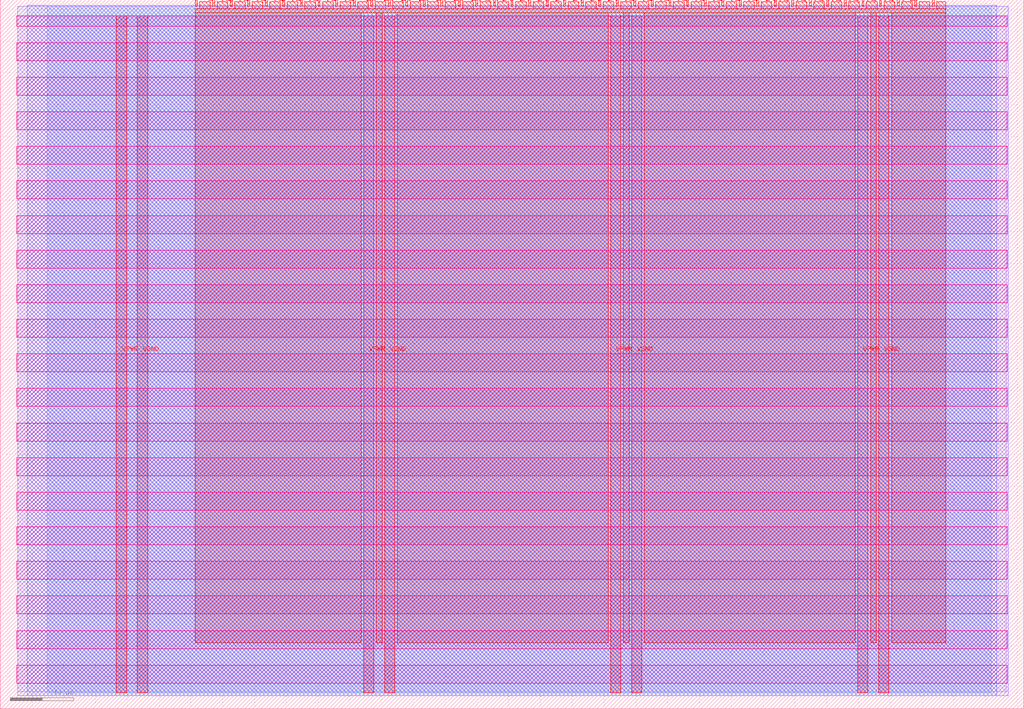
<source format=lef>
VERSION 5.7 ;
  NOWIREEXTENSIONATPIN ON ;
  DIVIDERCHAR "/" ;
  BUSBITCHARS "[]" ;
MACRO tt_um_urish_simon
  CLASS BLOCK ;
  FOREIGN tt_um_urish_simon ;
  ORIGIN 0.000 0.000 ;
  SIZE 161.000 BY 111.520 ;
  PIN VGND
    DIRECTION INOUT ;
    USE GROUND ;
    PORT
      LAYER met4 ;
        RECT 21.580 2.480 23.180 109.040 ;
    END
    PORT
      LAYER met4 ;
        RECT 60.450 2.480 62.050 109.040 ;
    END
    PORT
      LAYER met4 ;
        RECT 99.320 2.480 100.920 109.040 ;
    END
    PORT
      LAYER met4 ;
        RECT 138.190 2.480 139.790 109.040 ;
    END
  END VGND
  PIN VPWR
    DIRECTION INOUT ;
    USE POWER ;
    PORT
      LAYER met4 ;
        RECT 18.280 2.480 19.880 109.040 ;
    END
    PORT
      LAYER met4 ;
        RECT 57.150 2.480 58.750 109.040 ;
    END
    PORT
      LAYER met4 ;
        RECT 96.020 2.480 97.620 109.040 ;
    END
    PORT
      LAYER met4 ;
        RECT 134.890 2.480 136.490 109.040 ;
    END
  END VPWR
  PIN clk
    DIRECTION INPUT ;
    USE SIGNAL ;
    ANTENNAGATEAREA 0.852000 ;
    PORT
      LAYER met4 ;
        RECT 143.830 110.520 144.130 111.520 ;
    END
  END clk
  PIN ena
    DIRECTION INPUT ;
    USE SIGNAL ;
    PORT
      LAYER met4 ;
        RECT 146.590 110.520 146.890 111.520 ;
    END
  END ena
  PIN rst_n
    DIRECTION INPUT ;
    USE SIGNAL ;
    ANTENNAGATEAREA 0.196500 ;
    PORT
      LAYER met4 ;
        RECT 141.070 110.520 141.370 111.520 ;
    END
  END rst_n
  PIN ui_in[0]
    DIRECTION INPUT ;
    USE SIGNAL ;
    ANTENNAGATEAREA 0.126000 ;
    PORT
      LAYER met4 ;
        RECT 138.310 110.520 138.610 111.520 ;
    END
  END ui_in[0]
  PIN ui_in[1]
    DIRECTION INPUT ;
    USE SIGNAL ;
    ANTENNAGATEAREA 0.213000 ;
    PORT
      LAYER met4 ;
        RECT 135.550 110.520 135.850 111.520 ;
    END
  END ui_in[1]
  PIN ui_in[2]
    DIRECTION INPUT ;
    USE SIGNAL ;
    ANTENNAGATEAREA 0.196500 ;
    PORT
      LAYER met4 ;
        RECT 132.790 110.520 133.090 111.520 ;
    END
  END ui_in[2]
  PIN ui_in[3]
    DIRECTION INPUT ;
    USE SIGNAL ;
    ANTENNAGATEAREA 0.213000 ;
    PORT
      LAYER met4 ;
        RECT 130.030 110.520 130.330 111.520 ;
    END
  END ui_in[3]
  PIN ui_in[4]
    DIRECTION INPUT ;
    USE SIGNAL ;
    ANTENNAGATEAREA 0.196500 ;
    PORT
      LAYER met4 ;
        RECT 127.270 110.520 127.570 111.520 ;
    END
  END ui_in[4]
  PIN ui_in[5]
    DIRECTION INPUT ;
    USE SIGNAL ;
    PORT
      LAYER met4 ;
        RECT 124.510 110.520 124.810 111.520 ;
    END
  END ui_in[5]
  PIN ui_in[6]
    DIRECTION INPUT ;
    USE SIGNAL ;
    PORT
      LAYER met4 ;
        RECT 121.750 110.520 122.050 111.520 ;
    END
  END ui_in[6]
  PIN ui_in[7]
    DIRECTION INPUT ;
    USE SIGNAL ;
    PORT
      LAYER met4 ;
        RECT 118.990 110.520 119.290 111.520 ;
    END
  END ui_in[7]
  PIN uio_in[0]
    DIRECTION INPUT ;
    USE SIGNAL ;
    PORT
      LAYER met4 ;
        RECT 116.230 110.520 116.530 111.520 ;
    END
  END uio_in[0]
  PIN uio_in[1]
    DIRECTION INPUT ;
    USE SIGNAL ;
    PORT
      LAYER met4 ;
        RECT 113.470 110.520 113.770 111.520 ;
    END
  END uio_in[1]
  PIN uio_in[2]
    DIRECTION INPUT ;
    USE SIGNAL ;
    PORT
      LAYER met4 ;
        RECT 110.710 110.520 111.010 111.520 ;
    END
  END uio_in[2]
  PIN uio_in[3]
    DIRECTION INPUT ;
    USE SIGNAL ;
    PORT
      LAYER met4 ;
        RECT 107.950 110.520 108.250 111.520 ;
    END
  END uio_in[3]
  PIN uio_in[4]
    DIRECTION INPUT ;
    USE SIGNAL ;
    PORT
      LAYER met4 ;
        RECT 105.190 110.520 105.490 111.520 ;
    END
  END uio_in[4]
  PIN uio_in[5]
    DIRECTION INPUT ;
    USE SIGNAL ;
    PORT
      LAYER met4 ;
        RECT 102.430 110.520 102.730 111.520 ;
    END
  END uio_in[5]
  PIN uio_in[6]
    DIRECTION INPUT ;
    USE SIGNAL ;
    PORT
      LAYER met4 ;
        RECT 99.670 110.520 99.970 111.520 ;
    END
  END uio_in[6]
  PIN uio_in[7]
    DIRECTION INPUT ;
    USE SIGNAL ;
    PORT
      LAYER met4 ;
        RECT 96.910 110.520 97.210 111.520 ;
    END
  END uio_in[7]
  PIN uio_oe[0]
    DIRECTION OUTPUT ;
    USE SIGNAL ;
    ANTENNADIFFAREA 0.445500 ;
    PORT
      LAYER met4 ;
        RECT 49.990 110.520 50.290 111.520 ;
    END
  END uio_oe[0]
  PIN uio_oe[1]
    DIRECTION OUTPUT ;
    USE SIGNAL ;
    ANTENNADIFFAREA 0.445500 ;
    PORT
      LAYER met4 ;
        RECT 47.230 110.520 47.530 111.520 ;
    END
  END uio_oe[1]
  PIN uio_oe[2]
    DIRECTION OUTPUT ;
    USE SIGNAL ;
    ANTENNADIFFAREA 0.445500 ;
    PORT
      LAYER met4 ;
        RECT 44.470 110.520 44.770 111.520 ;
    END
  END uio_oe[2]
  PIN uio_oe[3]
    DIRECTION OUTPUT ;
    USE SIGNAL ;
    ANTENNADIFFAREA 0.445500 ;
    PORT
      LAYER met4 ;
        RECT 41.710 110.520 42.010 111.520 ;
    END
  END uio_oe[3]
  PIN uio_oe[4]
    DIRECTION OUTPUT ;
    USE SIGNAL ;
    ANTENNADIFFAREA 0.445500 ;
    PORT
      LAYER met4 ;
        RECT 38.950 110.520 39.250 111.520 ;
    END
  END uio_oe[4]
  PIN uio_oe[5]
    DIRECTION OUTPUT ;
    USE SIGNAL ;
    ANTENNADIFFAREA 0.445500 ;
    PORT
      LAYER met4 ;
        RECT 36.190 110.520 36.490 111.520 ;
    END
  END uio_oe[5]
  PIN uio_oe[6]
    DIRECTION OUTPUT ;
    USE SIGNAL ;
    ANTENNADIFFAREA 0.445500 ;
    PORT
      LAYER met4 ;
        RECT 33.430 110.520 33.730 111.520 ;
    END
  END uio_oe[6]
  PIN uio_oe[7]
    DIRECTION OUTPUT ;
    USE SIGNAL ;
    ANTENNADIFFAREA 0.445500 ;
    PORT
      LAYER met4 ;
        RECT 30.670 110.520 30.970 111.520 ;
    END
  END uio_oe[7]
  PIN uio_out[0]
    DIRECTION OUTPUT ;
    USE SIGNAL ;
    ANTENNADIFFAREA 0.445500 ;
    PORT
      LAYER met4 ;
        RECT 72.070 110.520 72.370 111.520 ;
    END
  END uio_out[0]
  PIN uio_out[1]
    DIRECTION OUTPUT ;
    USE SIGNAL ;
    ANTENNADIFFAREA 0.445500 ;
    PORT
      LAYER met4 ;
        RECT 69.310 110.520 69.610 111.520 ;
    END
  END uio_out[1]
  PIN uio_out[2]
    DIRECTION OUTPUT ;
    USE SIGNAL ;
    ANTENNADIFFAREA 0.445500 ;
    PORT
      LAYER met4 ;
        RECT 66.550 110.520 66.850 111.520 ;
    END
  END uio_out[2]
  PIN uio_out[3]
    DIRECTION OUTPUT ;
    USE SIGNAL ;
    ANTENNADIFFAREA 0.445500 ;
    PORT
      LAYER met4 ;
        RECT 63.790 110.520 64.090 111.520 ;
    END
  END uio_out[3]
  PIN uio_out[4]
    DIRECTION OUTPUT ;
    USE SIGNAL ;
    ANTENNADIFFAREA 0.445500 ;
    PORT
      LAYER met4 ;
        RECT 61.030 110.520 61.330 111.520 ;
    END
  END uio_out[4]
  PIN uio_out[5]
    DIRECTION OUTPUT ;
    USE SIGNAL ;
    ANTENNADIFFAREA 0.445500 ;
    PORT
      LAYER met4 ;
        RECT 58.270 110.520 58.570 111.520 ;
    END
  END uio_out[5]
  PIN uio_out[6]
    DIRECTION OUTPUT ;
    USE SIGNAL ;
    ANTENNADIFFAREA 0.445500 ;
    PORT
      LAYER met4 ;
        RECT 55.510 110.520 55.810 111.520 ;
    END
  END uio_out[6]
  PIN uio_out[7]
    DIRECTION OUTPUT ;
    USE SIGNAL ;
    ANTENNADIFFAREA 0.445500 ;
    PORT
      LAYER met4 ;
        RECT 52.750 110.520 53.050 111.520 ;
    END
  END uio_out[7]
  PIN uo_out[0]
    DIRECTION OUTPUT ;
    USE SIGNAL ;
    ANTENNAGATEAREA 0.247500 ;
    ANTENNADIFFAREA 0.445500 ;
    PORT
      LAYER met4 ;
        RECT 94.150 110.520 94.450 111.520 ;
    END
  END uo_out[0]
  PIN uo_out[1]
    DIRECTION OUTPUT ;
    USE SIGNAL ;
    ANTENNAGATEAREA 0.247500 ;
    ANTENNADIFFAREA 0.445500 ;
    PORT
      LAYER met4 ;
        RECT 91.390 110.520 91.690 111.520 ;
    END
  END uo_out[1]
  PIN uo_out[2]
    DIRECTION OUTPUT ;
    USE SIGNAL ;
    ANTENNAGATEAREA 0.247500 ;
    ANTENNADIFFAREA 0.445500 ;
    PORT
      LAYER met4 ;
        RECT 88.630 110.520 88.930 111.520 ;
    END
  END uo_out[2]
  PIN uo_out[3]
    DIRECTION OUTPUT ;
    USE SIGNAL ;
    ANTENNAGATEAREA 0.247500 ;
    ANTENNADIFFAREA 0.445500 ;
    PORT
      LAYER met4 ;
        RECT 85.870 110.520 86.170 111.520 ;
    END
  END uo_out[3]
  PIN uo_out[4]
    DIRECTION OUTPUT ;
    USE SIGNAL ;
    ANTENNADIFFAREA 0.445500 ;
    PORT
      LAYER met4 ;
        RECT 83.110 110.520 83.410 111.520 ;
    END
  END uo_out[4]
  PIN uo_out[5]
    DIRECTION OUTPUT ;
    USE SIGNAL ;
    ANTENNADIFFAREA 0.445500 ;
    PORT
      LAYER met4 ;
        RECT 80.350 110.520 80.650 111.520 ;
    END
  END uo_out[5]
  PIN uo_out[6]
    DIRECTION OUTPUT ;
    USE SIGNAL ;
    ANTENNADIFFAREA 0.445500 ;
    PORT
      LAYER met4 ;
        RECT 77.590 110.520 77.890 111.520 ;
    END
  END uo_out[6]
  PIN uo_out[7]
    DIRECTION OUTPUT ;
    USE SIGNAL ;
    ANTENNADIFFAREA 0.445500 ;
    PORT
      LAYER met4 ;
        RECT 74.830 110.520 75.130 111.520 ;
    END
  END uo_out[7]
  OBS
      LAYER nwell ;
        RECT 2.570 107.385 158.430 108.990 ;
        RECT 2.570 101.945 158.430 104.775 ;
        RECT 2.570 96.505 158.430 99.335 ;
        RECT 2.570 91.065 158.430 93.895 ;
        RECT 2.570 85.625 158.430 88.455 ;
        RECT 2.570 80.185 158.430 83.015 ;
        RECT 2.570 74.745 158.430 77.575 ;
        RECT 2.570 69.305 158.430 72.135 ;
        RECT 2.570 63.865 158.430 66.695 ;
        RECT 2.570 58.425 158.430 61.255 ;
        RECT 2.570 52.985 158.430 55.815 ;
        RECT 2.570 47.545 158.430 50.375 ;
        RECT 2.570 42.105 158.430 44.935 ;
        RECT 2.570 36.665 158.430 39.495 ;
        RECT 2.570 31.225 158.430 34.055 ;
        RECT 2.570 25.785 158.430 28.615 ;
        RECT 2.570 20.345 158.430 23.175 ;
        RECT 2.570 14.905 158.430 17.735 ;
        RECT 2.570 9.465 158.430 12.295 ;
        RECT 2.570 4.025 158.430 6.855 ;
      LAYER li1 ;
        RECT 2.760 2.635 158.240 108.885 ;
      LAYER met1 ;
        RECT 2.760 2.080 158.540 110.460 ;
      LAYER met2 ;
        RECT 4.240 2.050 156.760 110.685 ;
      LAYER met3 ;
        RECT 7.425 2.555 155.875 110.665 ;
      LAYER met4 ;
        RECT 31.370 110.120 33.030 111.170 ;
        RECT 34.130 110.120 35.790 111.170 ;
        RECT 36.890 110.120 38.550 111.170 ;
        RECT 39.650 110.120 41.310 111.170 ;
        RECT 42.410 110.120 44.070 111.170 ;
        RECT 45.170 110.120 46.830 111.170 ;
        RECT 47.930 110.120 49.590 111.170 ;
        RECT 50.690 110.120 52.350 111.170 ;
        RECT 53.450 110.120 55.110 111.170 ;
        RECT 56.210 110.120 57.870 111.170 ;
        RECT 58.970 110.120 60.630 111.170 ;
        RECT 61.730 110.120 63.390 111.170 ;
        RECT 64.490 110.120 66.150 111.170 ;
        RECT 67.250 110.120 68.910 111.170 ;
        RECT 70.010 110.120 71.670 111.170 ;
        RECT 72.770 110.120 74.430 111.170 ;
        RECT 75.530 110.120 77.190 111.170 ;
        RECT 78.290 110.120 79.950 111.170 ;
        RECT 81.050 110.120 82.710 111.170 ;
        RECT 83.810 110.120 85.470 111.170 ;
        RECT 86.570 110.120 88.230 111.170 ;
        RECT 89.330 110.120 90.990 111.170 ;
        RECT 92.090 110.120 93.750 111.170 ;
        RECT 94.850 110.120 96.510 111.170 ;
        RECT 97.610 110.120 99.270 111.170 ;
        RECT 100.370 110.120 102.030 111.170 ;
        RECT 103.130 110.120 104.790 111.170 ;
        RECT 105.890 110.120 107.550 111.170 ;
        RECT 108.650 110.120 110.310 111.170 ;
        RECT 111.410 110.120 113.070 111.170 ;
        RECT 114.170 110.120 115.830 111.170 ;
        RECT 116.930 110.120 118.590 111.170 ;
        RECT 119.690 110.120 121.350 111.170 ;
        RECT 122.450 110.120 124.110 111.170 ;
        RECT 125.210 110.120 126.870 111.170 ;
        RECT 127.970 110.120 129.630 111.170 ;
        RECT 130.730 110.120 132.390 111.170 ;
        RECT 133.490 110.120 135.150 111.170 ;
        RECT 136.250 110.120 137.910 111.170 ;
        RECT 139.010 110.120 140.670 111.170 ;
        RECT 141.770 110.120 143.430 111.170 ;
        RECT 144.530 110.120 146.190 111.170 ;
        RECT 147.290 110.120 148.745 111.170 ;
        RECT 30.655 109.440 148.745 110.120 ;
        RECT 30.655 10.375 56.750 109.440 ;
        RECT 59.150 10.375 60.050 109.440 ;
        RECT 62.450 10.375 95.620 109.440 ;
        RECT 98.020 10.375 98.920 109.440 ;
        RECT 101.320 10.375 134.490 109.440 ;
        RECT 136.890 10.375 137.790 109.440 ;
        RECT 140.190 10.375 148.745 109.440 ;
  END
END tt_um_urish_simon
END LIBRARY


</source>
